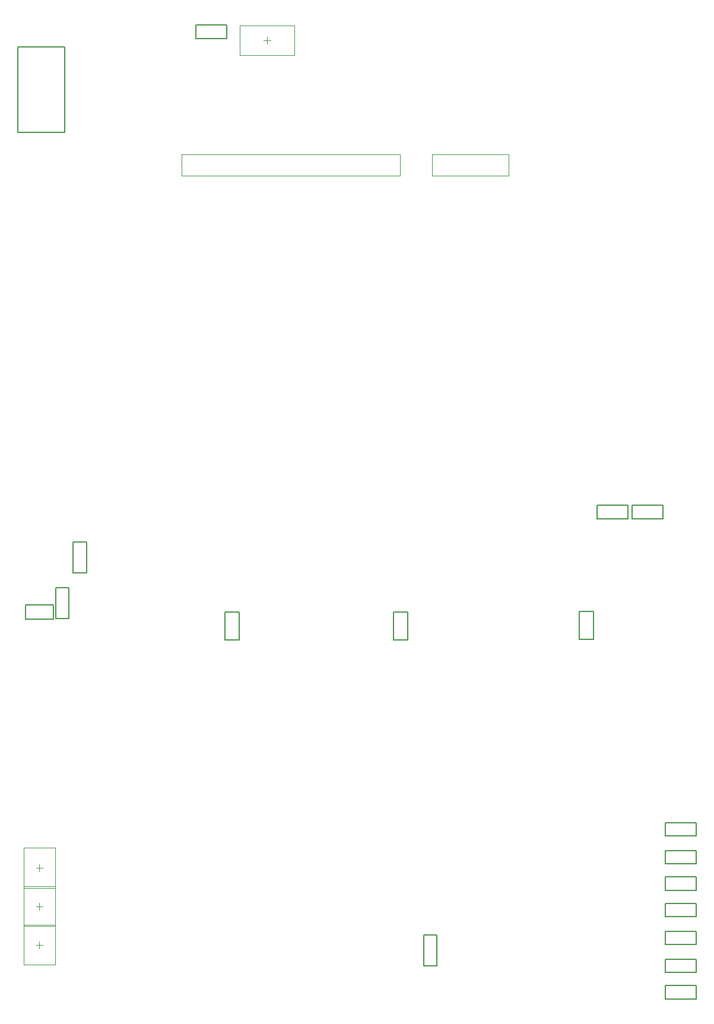
<source format=gbr>
G04*
G04 #@! TF.GenerationSoftware,Altium Limited,Altium Designer,24.1.2 (44)*
G04*
G04 Layer_Color=16711935*
%FSLAX25Y25*%
%MOIN*%
G70*
G04*
G04 #@! TF.SameCoordinates,A85318EA-E4D8-42E9-B0A6-CF3BD3DAF5E5*
G04*
G04*
G04 #@! TF.FilePolarity,Positive*
G04*
G01*
G75*
%ADD13C,0.00787*%
%ADD16C,0.00394*%
%ADD57C,0.00197*%
D13*
X1073622Y616339D02*
Y623819D01*
X1056299Y616339D02*
X1073622D01*
X1056299D02*
Y623819D01*
X1073622D01*
X1053937Y616339D02*
Y623819D01*
X1036614Y616339D02*
X1053937D01*
X1036614D02*
Y623819D01*
X1053937D01*
X749803Y585827D02*
Y603150D01*
X742323D02*
X749803D01*
X742323Y585827D02*
Y603150D01*
Y585827D02*
X749803D01*
X1075000Y445669D02*
X1092323D01*
X1075000Y438189D02*
Y445669D01*
Y438189D02*
X1092323D01*
Y445669D01*
X939173Y382677D02*
X946653D01*
Y365354D02*
Y382677D01*
X939173Y365354D02*
X946653D01*
X939173D02*
Y382677D01*
X1075000Y354134D02*
X1092323D01*
X1075000Y346654D02*
Y354134D01*
Y346654D02*
X1092323D01*
Y354134D01*
X1075000Y368898D02*
X1092323D01*
X1075000Y361417D02*
Y368898D01*
Y361417D02*
X1092323D01*
Y368898D01*
X1075000Y384646D02*
X1092323D01*
X1075000Y377165D02*
Y384646D01*
Y377165D02*
X1092323D01*
Y384646D01*
X1075000Y400394D02*
X1092323D01*
X1075000Y392913D02*
Y400394D01*
Y392913D02*
X1092323D01*
Y400394D01*
X1075000Y429921D02*
X1092323D01*
X1075000Y422441D02*
Y429921D01*
Y422441D02*
X1092323D01*
Y429921D01*
X1075000Y415158D02*
X1092323D01*
X1075000Y407677D02*
Y415158D01*
Y407677D02*
X1092323D01*
Y415158D01*
X1026575Y564370D02*
X1034449D01*
Y548622D02*
Y564370D01*
X1026575Y548622D02*
X1034449D01*
X1026575D02*
Y564370D01*
X922244Y563976D02*
X930118D01*
Y548228D02*
Y563976D01*
X922244Y548228D02*
X930118D01*
X922244D02*
Y563976D01*
X827756D02*
X835630D01*
Y548228D02*
Y563976D01*
X827756Y548228D02*
X835630D01*
X827756D02*
Y563976D01*
X731299Y560039D02*
Y567913D01*
X715551Y560039D02*
X731299D01*
X715551D02*
Y567913D01*
X731299D01*
X732480Y560236D02*
X739961D01*
X732480D02*
Y577559D01*
X739961D01*
Y560236D02*
Y577559D01*
X811220Y886024D02*
X828543D01*
Y893504D01*
X811220D02*
X828543D01*
X811220Y886024D02*
Y893504D01*
X711221Y833346D02*
Y881378D01*
Y833346D02*
X737598D01*
Y881378D01*
X711221D02*
X737598D01*
D16*
X721457Y376969D02*
X725394D01*
X723425Y375000D02*
Y378937D01*
X721457Y420276D02*
X725394D01*
X723425Y418307D02*
Y422244D01*
X721457Y398622D02*
X725394D01*
X723425Y396654D02*
Y400591D01*
D57*
X714705Y365748D02*
X732146D01*
X714705D02*
Y388189D01*
X732146Y365748D02*
Y388189D01*
X714705D02*
X732146D01*
X714705Y409055D02*
X732146D01*
X714705D02*
Y431496D01*
X732146Y409055D02*
Y431496D01*
X714705D02*
X732146D01*
X714705Y387402D02*
X732146D01*
X714705D02*
Y409842D01*
X732146Y387402D02*
Y409842D01*
X714705D02*
X732146D01*
X836024Y876575D02*
Y893110D01*
X866732D01*
Y876575D02*
Y893110D01*
X836024Y876575D02*
X866732D01*
X849409Y884842D02*
X853347D01*
X851378Y882874D02*
Y886811D01*
X803189Y821043D02*
X925945D01*
X803189Y808878D02*
Y821043D01*
Y808878D02*
X925945D01*
Y821043D01*
X986811Y808878D02*
Y821043D01*
X944055Y808878D02*
X986811D01*
X944055D02*
Y821043D01*
X986811D01*
M02*

</source>
